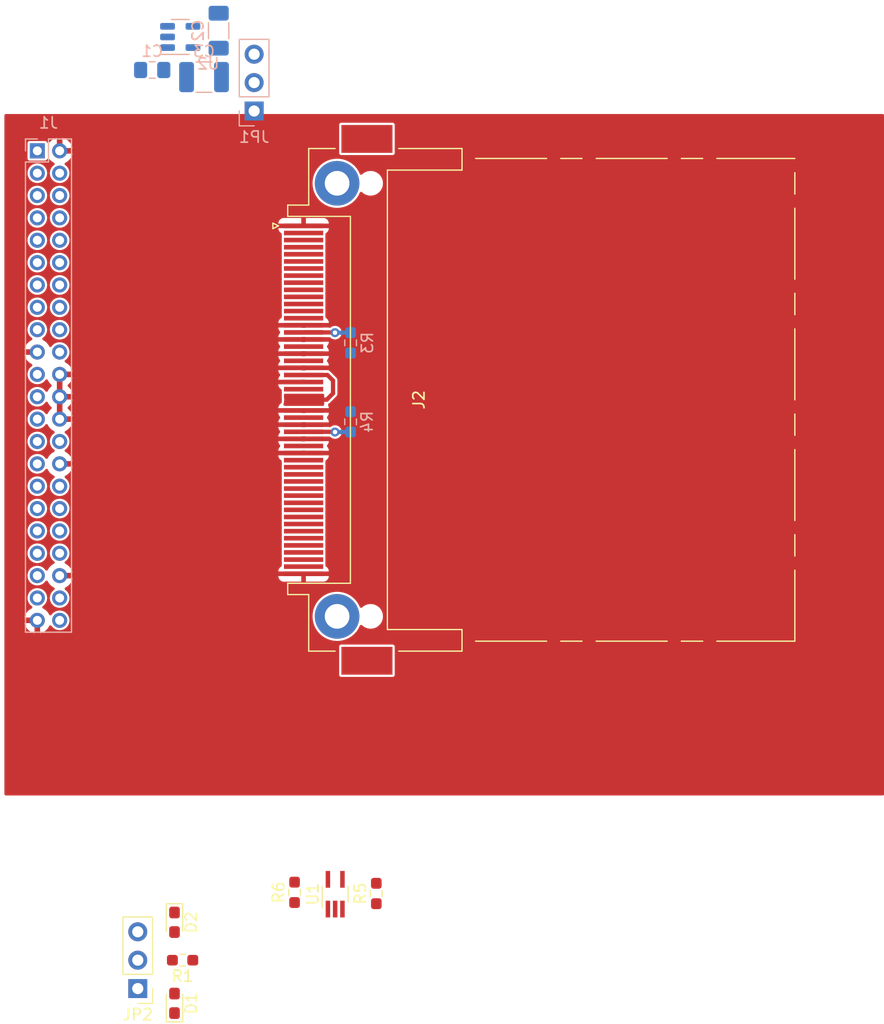
<source format=kicad_pcb>
(kicad_pcb (version 20240108) (generator "pcbnew") (generator_version "8.0")
  (layers (0 "F.Cu" signal) (31 "B.Cu" signal) (34 "B.Paste" user) (35 "F.Paste" user) (36 "B.SilkS" user "B.Silkscreen") (37 "F.SilkS" user "F.Silkscreen") (38 "B.Mask" user) (39 "F.Mask" user) (44 "Edge.Cuts" user))
  (net 0 "")
  (net 1 "~{RESET}")
  (net 2 "GNDD")
  (net 3 "D_{7}")
  (net 4 "D_{8}")
  (net 5 "D_{6}")
  (net 6 "D_{9}")
  (net 7 "D_{5}")
  (net 8 "D_{10}")
  (net 9 "D_{4}")
  (net 10 "D_{11}")
  (net 11 "D_{3}")
  (net 12 "D_{12}")
  (net 13 "D_{2}")
  (net 14 "D_{13}")
  (net 15 "D_{1}")
  (net 16 "D_{14}")
  (net 17 "D_{0}")
  (net 18 "D_{15}")
  (net 21 "INTRQ")
  (net 22 "A_{1}")
  (net 23 "A_{0}")
  (net 24 "A_{2}")
  (net 25 "~{CS_{0}}")
  (net 26 "~{CS_{1}}")
  (net 27 "+5VD")
  (net 30 "VCC")
  (net 31 "~{MASTER}")
  (net 32 "Net-(D1-A)")
  (net 33 "DMARQ")
  (net 34 "~{IOWR}")
  (net 35 "~{IORD}")
  (net 36 "IORDY")
  (net 37 "~{PDIAG}")
  (net 38 "~{DASP}")
  (net 39 "~{SLAVE}")
  (net 40 "~{IOCS16}")
  (net 41 "Net-(U2-BYP)")
  (net 42 "+3V3")
  (net 43 "~{VS_{1}}")
  (net 44 "~{VS_{2}}")
  (net 45 "~{CD2}")
  (net 46 "~{CD1}")
  (net 47 "Net-(R1-Pad1)")
  (net 48 "~{DMACK}")
  (footprint "LED_SMD:LED_0603_1608Metric_Pad1.05x0.95mm_HandSolder" (layer "F.Cu") (at 116.826 143.4222 -90)
    (property "Reference" "D2" (at 0 -1.5 90) (layer "F.SilkS"))
    (property "Value" "SLAVE_PRESENT")
    (fp_line (start -1.66 0.735) (end 0.8 0.735) (stroke (width 0.12)) (layer "F.SilkS"))
    (fp_line (start -1.66 -0.735) (end -1.66 0.735) (stroke (width 0.12)) (layer "F.SilkS"))
    (fp_line (start 0.8 -0.735) (end -1.66 -0.735) (stroke (width 0.12)) (layer "F.SilkS"))
    (pad "1" smd roundrect (at -0.875 0 270) (size 1.05 0.95) (layers "F.Cu" "F.Paste" "F.Mask") (net 39 "~{SLAVE}"))
    (pad "2" smd roundrect (at 0.875 0 270) (size 1.05 0.95) (layers "F.Cu" "F.Paste" "F.Mask") (net 32 "Net-(D1-A)"))
  )
  (footprint "Connector_Card:CF-Card_3M_N7E50-A516xx-30" (layer "F.Cu") (at 131.479 96.6868)
    (property "Reference" "J2" (at 7.22 0 90) (layer "F.SilkS"))
    (property "Value" "Compact_Flash_TrueIDE")
    (fp_line (start -5.85 -15.81) (end -5.85 -15.31) (stroke (width 0.12)) (layer "F.SilkS"))
    (fp_line (start -5.85 -15.31) (end -5.35 -15.56) (stroke (width 0.12)) (layer "F.SilkS"))
    (fp_line (start -5.35 -15.56) (end -5.85 -15.81) (stroke (width 0.12)) (layer "F.SilkS"))
    (fp_line (start -4.52 -17.42) (end -2.64 -17.42) (stroke (width 0.12)) (layer "F.SilkS"))
    (fp_line (start -4.52 -16.41) (end -4.52 -17.42) (stroke (width 0.12)) (layer "F.SilkS"))
    (fp_line (start -4.52 16.41) (end 1.09 16.41) (stroke (width 0.12)) (layer "F.SilkS"))
    (fp_line (start -4.52 17.42) (end -4.52 16.41) (stroke (width 0.12)) (layer "F.SilkS"))
    (fp_line (start -2.64 -22.48) (end -0.28 -22.48) (stroke (width 0.12)) (layer "F.SilkS"))
    (fp_line (start -2.64 -17.42) (end -2.64 -22.48) (stroke (width 0.12)) (layer "F.SilkS"))
    (fp_line (start -2.64 17.42) (end -4.52 17.42) (stroke (width 0.12)) (layer "F.SilkS"))
    (fp_line (start -2.64 22.48) (end -2.64 17.42) (stroke (width 0.12)) (layer "F.SilkS"))
    (fp_line (start -0.28 22.48) (end -2.64 22.48) (stroke (width 0.12)) (layer "F.SilkS"))
    (fp_line (start 1.09 -16.41) (end -4.52 -16.41) (stroke (width 0.12)) (layer "F.SilkS"))
    (fp_line (start 1.09 16.41) (end 1.09 -16.41) (stroke (width 0.12)) (layer "F.SilkS"))
    (fp_line (start 4.4 -20.55) (end 11.08 -20.55) (stroke (width 0.12)) (layer "F.SilkS"))
    (fp_line (start 4.4 20.55) (end 4.4 -20.55) (stroke (width 0.12)) (layer "F.SilkS"))
    (fp_line (start 5.41 22.48) (end 11.08 22.48) (stroke (width 0.12)) (layer "F.SilkS"))
    (fp_line (start 11.08 -22.48) (end 5.41 -22.48) (stroke (width 0.12)) (layer "F.SilkS"))
    (fp_line (start 11.08 -20.55) (end 11.08 -22.48) (stroke (width 0.12)) (layer "F.SilkS"))
    (fp_line (start 11.08 20.55) (end 4.4 20.55) (stroke (width 0.12)) (layer "F.SilkS"))
    (fp_line (start 11.08 22.48) (end 11.08 20.55) (stroke (width 0.12)) (layer "F.SilkS"))
    (fp_line (start 12.3 -21.59) (end 18.65 -21.59) (stroke (width 0.12)) (layer "F.SilkS"))
    (fp_line (start 12.3 21.59) (end 18.65 21.59) (stroke (width 0.12)) (layer "F.SilkS"))
    (fp_line (start 19.92 -21.59) (end 21.82 -21.59) (stroke (width 0.12)) (layer "F.SilkS"))
    (fp_line (start 19.92 21.59) (end 21.82 21.59) (stroke (width 0.12)) (layer "F.SilkS"))
    (fp_line (start 23.09 -21.59) (end 29.44 -21.59) (stroke (width 0.12)) (layer "F.SilkS"))
    (fp_line (start 23.09 21.59) (end 29.44 21.59) (stroke (width 0.12)) (layer "F.SilkS"))
    (fp_line (start 30.71 -21.59) (end 32.62 -21.59) (stroke (width 0.12)) (layer "F.SilkS"))
    (fp_line (start 30.71 21.59) (end 32.62 21.59) (stroke (width 0.12)) (layer "F.SilkS"))
    (fp_line (start 33.89 -21.59) (end 40.87 -21.59) (stroke (width 0.12)) (layer "F.SilkS"))
    (fp_line (start 33.89 21.59) (end 40.87 21.59) (stroke (width 0.12)) (layer "F.SilkS"))
    (fp_line (start 40.87 -18.41) (end 40.87 -20.32) (stroke (width 0.12)) (layer "F.SilkS"))
    (fp_line (start 40.87 -10.79) (end 40.87 -17.14) (stroke (width 0.12)) (layer "F.SilkS"))
    (fp_line (start 40.87 -7.62) (end 40.87 -9.53) (stroke (width 0.12)) (layer "F.SilkS"))
    (fp_line (start 40.87 0) (end 40.87 -6.35) (stroke (width 0.12)) (layer "F.SilkS"))
    (fp_line (start 40.87 3.17) (end 40.87 1.27) (stroke (width 0.12)) (layer "F.SilkS"))
    (fp_line (start 40.87 10.79) (end 40.87 4.45) (stroke (width 0.12)) (layer "F.SilkS"))
    (fp_line (start 40.87 13.97) (end 40.87 12.06) (stroke (width 0.12)) (layer "F.SilkS"))
    (fp_line (start 40.87 21.59) (end 40.87 15.24) (stroke (width 0.12)) (layer "F.SilkS"))
    (pad "" thru_hole circle (at -0.1 -19.37 90) (size 3.99 3.99) (drill 2.21) (layers "*.Cu" "*.Mask"))
    (pad "" thru_hole circle (at -0.1 19.37 90) (size 3.99 3.99) (drill 2.21) (layers "*.Cu" "*.Mask"))
    (pad "" smd rect (at 2.57 -23.34 90) (size 2.49 4.57) (layers "F.Cu" "F.Paste" "F.Mask"))
    (pad "" smd rect (at 2.57 23.34 90) (size 2.49 4.57) (layers "F.Cu" "F.Paste" "F.Mask"))
    (pad "" np_thru_hole circle (at 2.9 -19.37 90) (size 1.7 1.7) (drill 1.7) (layers "*.Cu" "*.Mask"))
    (pad "" np_thru_hole circle (at 2.9 19.37 90) (size 1.7 1.7) (drill 1.7) (layers "*.Cu" "*.Mask"))
    (pad "1" smd rect (at -3.1 -15.56 90) (size 0.41 3.51) (layers "F.Cu" "F.Paste" "F.Mask") (net 2 "GNDD"))
    (pad "2" smd rect (at -3.1 -14.29 90) (size 0.41 3.51) (layers "F.Cu" "F.Paste" "F.Mask") (net 11 "D_{3}"))
    (pad "3" smd rect (at -3.1 -13.02 90) (size 0.41 3.51) (layers "F.Cu" "F.Paste" "F.Mask") (net 9 "D_{4}"))
    (pad "4" smd rect (at -3.1 -11.75 90) (size 0.41 3.51) (layers "F.Cu" "F.Paste" "F.Mask") (net 7 "D_{5}"))
    (pad "5" smd rect (at -3.1 -10.48 90) (size 0.41 3.51) (layers "F.Cu" "F.Paste" "F.Mask") (net 5 "D_{6}"))
    (pad "6" smd rect (at -3.1 -9.21 90) (size 0.41 3.51) (layers "F.Cu" "F.Paste" "F.Mask") (net 3 "D_{7}"))
    (pad "7" smd rect (at -3.1 -7.94 90) (size 0.41 3.51) (layers "F.Cu" "F.Paste" "F.Mask") (net 25 "~{CS_{0}}"))
    (pad "8" smd rect (at -3.1 -6.67 90) (size 0.41 3.51) (layers "F.Cu" "F.Paste" "F.Mask") (net 2 "GNDD"))
    (pad "9" smd rect (at -3.1 -5.4 90) (size 0.41 3.51) (layers "F.Cu" "F.Paste" "F.Mask") (net 2 "GNDD"))
    (pad "10" smd rect (at -3.1 -4.13 90) (size 0.41 3.51) (layers "F.Cu" "F.Paste" "F.Mask") (net 2 "GNDD"))
    (pad "11" smd rect (at -3.1 -2.86 90) (size 0.41 3.51) (layers "F.Cu" "F.Paste" "F.Mask") (net 2 "GNDD"))
    (pad "12" smd rect (at -3.1 -1.59 90) (size 0.41 3.51) (layers "F.Cu" "F.Paste" "F.Mask") (net 2 "GNDD"))
    (pad "13" smd rect (at -3.1 -0.32 90) (size 0.41 3.51) (layers "F.Cu" "F.Paste" "F.Mask") (net 30 "VCC"))
    (pad "14" smd rect (at -3.1 0.95 90) (size 0.41 3.51) (layers "F.Cu" "F.Paste" "F.Mask") (net 2 "GNDD"))
    (pad "15" smd rect (at -3.1 2.22 90) (size 0.41 3.51) (layers "F.Cu" "F.Paste" "F.Mask") (net 2 "GNDD"))
    (pad "16" smd rect (at -3.1 3.49 90) (size 0.41 3.51) (layers "F.Cu" "F.Paste" "F.Mask") (net 2 "GNDD"))
    (pad "17" smd rect (at -3.1 4.76 90) (size 0.41 3.51) (layers "F.Cu" "F.Paste" "F.Mask") (net 2 "GNDD"))
    (pad "18" smd rect (at -3.1 6.03 90) (size 0.41 3.51) (layers "F.Cu" "F.Paste" "F.Mask") (net 24 "A_{2}"))
    (pad "19" smd rect (at -3.1 7.3 90) (size 0.41 3.51) (layers "F.Cu" "F.Paste" "F.Mask") (net 22 "A_{1}"))
    (pad "20" smd rect (at -3.1 8.57 90) (size 0.41 3.51) (layers "F.Cu" "F.Paste" "F.Mask") (net 23 "A_{0}"))
    (pad "21" smd rect (at -3.1 9.84 90) (size 0.41 3.51) (layers "F.Cu" "F.Paste" "F.Mask") (net 17 "D_{0}"))
    (pad "22" smd rect (at -3.1 11.11 90) (size 0.41 3.51) (layers "F.Cu" "F.Paste" "F.Mask") (net 15 "D_{1}"))
    (pad "23" smd rect (at -3.1 12.38 90) (size 0.41 3.51) (layers "F.Cu" "F.Paste" "F.Mask") (net 13 "D_{2}"))
    (pad "24" smd rect (at -3.1 13.65 90) (size 0.41 3.51) (layers "F.Cu" "F.Paste" "F.Mask") (net 40 "~{IOCS16}"))
    (pad "25" smd rect (at -3.1 14.92 90) (size 0.41 3.51) (layers "F.Cu" "F.Paste" "F.Mask") (net 45 "~{CD2}"))
    (pad "26" smd rect (at -3.1 -14.92 90) (size 0.41 3.51) (layers "F.Cu" "F.Paste" "F.Mask") (net 46 "~{CD1}"))
    (pad "27" smd rect (at -3.1 -13.65 90) (size 0.41 3.51) (layers "F.Cu" "F.Paste" "F.Mask") (net 10 "D_{11}"))
    (pad "28" smd rect (at -3.1 -12.38 90) (size 0.41 3.51) (layers "F.Cu" "F.Paste" "F.Mask") (net 12 "D_{12}"))
    (pad "29" smd rect (at -3.1 -11.11 90) (size 0.41 3.51) (layers "F.Cu" "F.Paste" "F.Mask") (net 14 "D_{13}"))
    (pad "30" smd rect (at -3.1 -9.84 90) (size 0.41 3.51) (layers "F.Cu" "F.Paste" "F.Mask") (net 16 "D_{14}"))
    (pad "31" smd rect (at -3.1 -8.57 90) (size 0.41 3.51) (layers "F.Cu" "F.Paste" "F.Mask") (net 18 "D_{15}"))
    (pad "32" smd rect (at -3.1 -7.3 90) (size 0.41 3.51) (layers "F.Cu" "F.Paste" "F.Mask") (net 26 "~{CS_{1}}"))
    (pad "33" smd rect (at -3.1 -6.03 90) (size 0.41 3.51) (layers "F.Cu" "F.Paste" "F.Mask") (net 43 "~{VS_{1}}"))
    (pad "34" smd rect (at -3.1 -4.76 90) (size 0.41 3.51) (layers "F.Cu" "F.Paste" "F.Mask") (net 35 "~{IORD}"))
    (pad "35" smd rect (at -3.1 -3.49 90) (size 0.41 3.51) (layers "F.Cu" "F.Paste" "F.Mask") (net 34 "~{IOWR}"))
    (pad "36" smd rect (at -3.1 -2.22 90) (size 0.41 3.51) (layers "F.Cu" "F.Paste" "F.Mask") (net 30 "VCC"))
    (pad "37" smd rect (at -3.1 -0.95 90) (size 0.41 3.51) (layers "F.Cu" "F.Paste" "F.Mask") (net 21 "INTRQ"))
    (pad "38" smd rect (at -3.1 0.32 90) (size 0.41 3.51) (layers "F.Cu" "F.Paste" "F.Mask") (net 30 "VCC"))
    (pad "39" smd rect (at -3.1 1.59 90) (size 0.41 3.51) (layers "F.Cu" "F.Paste" "F.Mask") (net 31 "~{MASTER}"))
    (pad "40" smd rect (at -3.1 2.86 90) (size 0.41 3.51) (layers "F.Cu" "F.Paste" "F.Mask") (net 44 "~{VS_{2}}"))
    (pad "41" smd rect (at -3.1 4.13 90) (size 0.41 3.51) (layers "F.Cu" "F.Paste" "F.Mask") (net 1 "~{RESET}"))
    (pad "42" smd rect (at -3.1 5.4 90) (size 0.41 3.51) (layers "F.Cu" "F.Paste" "F.Mask") (net 36 "IORDY"))
    (pad "43" smd rect (at -3.1 6.67 90) (size 0.41 3.51) (layers "F.Cu" "F.Paste" "F.Mask") (net 33 "DMARQ"))
    (pad "44" smd rect (at -3.1 7.94 90) (size 0.41 3.51) (layers "F.Cu" "F.Paste" "F.Mask") (net 48 "~{DMACK}"))
    (pad "45" smd rect (at -3.1 9.21 90) (size 0.41 3.51) (layers "F.Cu" "F.Paste" "F.Mask") (net 38 "~{DASP}"))
    (pad "46" smd rect (at -3.1 10.48 90) (size 0.41 3.51) (layers "F.Cu" "F.Paste" "F.Mask") (net 37 "~{PDIAG}"))
    (pad "47" smd rect (at -3.1 11.75 90) (size 0.41 3.51) (layers "F.Cu" "F.Paste" "F.Mask") (net 4 "D_{8}"))
    (pad "48" smd rect (at -3.1 13.02 90) (size 0.41 3.51) (layers "F.Cu" "F.Paste" "F.Mask") (net 6 "D_{9}"))
    (pad "49" smd rect (at -3.1 14.29 90) (size 0.41 3.51) (layers "F.Cu" "F.Paste" "F.Mask") (net 8 "D_{10}"))
    (pad "50" smd rect (at -3.1 15.56 90) (size 0.41 3.51) (layers "F.Cu" "F.Paste" "F.Mask") (net 2 "GNDD"))
  )
  (footprint "Resistor_SMD:R_0603_1608Metric_Pad0.98x0.95mm_HandSolder" (layer "F.Cu") (at 117.5493 146.812 180)
    (property "Reference" "R1" (at 0 -1.43 0) (layer "F.SilkS"))
    (property "Value" "1kΩ")
    (fp_line (start -0.254724 0.5225) (end 0.254724 0.5225) (stroke (width 0.12)) (layer "F.SilkS"))
    (fp_line (start -0.254724 -0.5225) (end 0.254724 -0.5225) (stroke (width 0.12)) (layer "F.SilkS"))
    (pad "1" smd roundrect (at -0.9125 0 180) (size 0.975 0.95) (layers "F.Cu" "F.Paste" "F.Mask") (net 47 "Net-(R1-Pad1)"))
    (pad "2" smd roundrect (at 0.9125 0 180) (size 0.975 0.95) (layers "F.Cu" "F.Paste" "F.Mask") (net 32 "Net-(D1-A)"))
  )
  (footprint "Connector_PinHeader_2.54mm:PinHeader_1x03_P2.54mm_Vertical" (layer "F.Cu") (at 113.538 149.352 180)
    (property "Reference" "JP2" (at 0 -2.33 0) (layer "F.SilkS"))
    (property "Value" "MASTER/SLAVE")
    (fp_line (start 1.33 1.27) (end 1.33 6.41) (stroke (width 0.12)) (layer "F.SilkS"))
    (fp_line (start -1.33 6.41) (end 1.33 6.41) (stroke (width 0.12)) (layer "F.SilkS"))
    (fp_line (start -1.33 1.27) (end 1.33 1.27) (stroke (width 0.12)) (layer "F.SilkS"))
    (fp_line (start -1.33 1.27) (end -1.33 6.41) (stroke (width 0.12)) (layer "F.SilkS"))
    (fp_line (start -1.33 0) (end -1.33 -1.33) (stroke (width 0.12)) (layer "F.SilkS"))
    (fp_line (start -1.33 -1.33) (end 0 -1.33) (stroke (width 0.12)) (layer "F.SilkS"))
    (pad "1" thru_hole rect (at 0 0 180) (size 1.7 1.7) (drill 1) (layers "*.Cu" "*.Mask") (net 31 "~{MASTER}"))
    (pad "2" thru_hole oval (at 0 2.54 180) (size 1.7 1.7) (drill 1) (layers "*.Cu" "*.Mask") (net 2 "GNDD"))
    (pad "3" thru_hole oval (at 0 5.08 180) (size 1.7 1.7) (drill 1) (layers "*.Cu" "*.Mask") (net 39 "~{SLAVE}"))
  )
  (footprint "Package_TO_SOT_SMD:SOT-353_SC-70-5_Handsoldering" (layer "F.Cu") (at 131.206 140.91 90)
    (property "Reference" "U1" (at 0 -2 90) (layer "F.SilkS"))
    (property "Value" "74AHC1G02")
    (fp_line (start 0.7 -1.16) (end -1.2 -1.16) (stroke (width 0.12)) (layer "F.SilkS"))
    (fp_line (start -0.7 1.16) (end 0.7 1.16) (stroke (width 0.12)) (layer "F.SilkS"))
    (pad "1" smd rect (at -1.33 -0.65 90) (size 1.5 0.4) (layers "F.Cu" "F.Paste" "F.Mask") (net 45 "~{CD2}"))
    (pad "2" smd rect (at -1.33 0 90) (size 1.5 0.4) (layers "F.Cu" "F.Paste" "F.Mask") (net 46 "~{CD1}"))
    (pad "3" smd rect (at -1.33 0.65 90) (size 1.5 0.4) (layers "F.Cu" "F.Paste" "F.Mask") (net 2 "GNDD"))
    (pad "4" smd rect (at 1.33 0.65 90) (size 1.5 0.4) (layers "F.Cu" "F.Paste" "F.Mask") (net 47 "Net-(R1-Pad1)"))
    (pad "5" smd rect (at 1.33 -0.65 90) (size 1.5 0.4) (layers "F.Cu" "F.Paste" "F.Mask") (net 27 "+5VD"))
  )
  (footprint "Resistor_SMD:R_0603_1608Metric_Pad0.98x0.95mm_HandSolder" (layer "F.Cu") (at 127.573 140.7433 90)
    (property "Reference" "R6" (at 0 -1.43 90) (layer "F.SilkS"))
    (property "Value" "1kΩ")
    (fp_line (start -0.254724 -0.5225) (end 0.254724 -0.5225) (stroke (width 0.12)) (layer "F.SilkS"))
    (fp_line (start -0.254724 0.5225) (end 0.254724 0.5225) (stroke (width 0.12)) (layer "F.SilkS"))
    (pad "1" smd roundrect (at -0.9125 0 90) (size 0.975 0.95) (layers "F.Cu" "F.Paste" "F.Mask") (net 45 "~{CD2}"))
    (pad "2" smd roundrect (at 0.9125 0 90) (size 0.975 0.95) (layers "F.Cu" "F.Paste" "F.Mask") (net 27 "+5VD"))
  )
  (footprint "Resistor_SMD:R_0603_1608Metric_Pad0.98x0.95mm_HandSolder" (layer "F.Cu") (at 134.8882 140.8468 90)
    (property "Reference" "R5" (at 0 -1.43 90) (layer "F.SilkS"))
    (property "Value" "1kΩ")
    (fp_line (start -0.254724 -0.5225) (end 0.254724 -0.5225) (stroke (width 0.12)) (layer "F.SilkS"))
    (fp_line (start -0.254724 0.5225) (end 0.254724 0.5225) (stroke (width 0.12)) (layer "F.SilkS"))
    (pad "1" smd roundrect (at -0.9125 0 90) (size 0.975 0.95) (layers "F.Cu" "F.Paste" "F.Mask") (net 46 "~{CD1}"))
    (pad "2" smd roundrect (at 0.9125 0 90) (size 0.975 0.95) (layers "F.Cu" "F.Paste" "F.Mask") (net 27 "+5VD"))
  )
  (footprint "LED_SMD:LED_0603_1608Metric_Pad1.05x0.95mm_HandSolder" (layer "F.Cu") (at 116.826 150.6722 90)
    (property "Reference" "D1" (at 0 1.5 90) (layer "F.SilkS"))
    (property "Value" "MASTER_PRESENT" (hide yes))
    (fp_line (start 0.8 -0.735) (end -1.66 -0.735) (stroke (width 0.12)) (layer "F.SilkS"))
    (fp_line (start -1.66 -0.735) (end -1.66 0.735) (stroke (width 0.12)) (layer "F.SilkS"))
    (fp_line (start -1.66 0.735) (end 0.8 0.735) (stroke (width 0.12)) (layer "F.SilkS"))
    (pad "1" smd roundrect (at -0.875 0 90) (size 1.05 0.95) (layers "F.Cu" "F.Paste" "F.Mask") (net 31 "~{MASTER}"))
    (pad "2" smd roundrect (at 0.875 0 90) (size 1.05 0.95) (layers "F.Cu" "F.Paste" "F.Mask") (net 32 "Net-(D1-A)"))
  )
  (footprint "Capacitor_SMD:C_1210_3225Metric_Pad1.33x2.70mm_HandSolder" (layer "B.Cu") (at 119.4685 67.818 180)
    (property "Reference" "C3" (at 0 2.3 180) (layer "B.SilkS") (effects (justify mirror)))
    (property "Value" "10μF")
    (fp_line (start 0.711252 1.36) (end -0.711252 1.36) (stroke (width 0.12)) (layer "B.SilkS"))
    (fp_line (start 0.711252 -1.36) (end -0.711252 -1.36) (stroke (width 0.12)) (layer "B.SilkS"))
    (pad "1" smd roundrect (at -1.5625 0 180) (size 1.325 2.7) (layers "B.Cu" "B.Paste" "B.Mask") (roundrect_rratio 0.188679) (net 42 "+3V3"))
    (pad "2" smd roundrect (at 1.5625 0 180) (size 1.325 2.7) (layers "B.Cu" "B.Paste" "B.Mask") (roundrect_rratio 0.188679) (net 2 "GNDD"))
  )
  (footprint "Package_TO_SOT_SMD:TSOT-23-5" (layer "B.Cu") (at 117.3404 64.2272)
    (property "Reference" "U2" (at 2.5015 2.4 360) (layer "B.SilkS") (effects (justify mirror)))
    (property "Value" "LT1761-3.3")
    (fp_line (start -1.8 1.56) (end 0 1.56) (stroke (width 0.12)) (layer "B.SilkS"))
    (fp_line (start -0.8 -1.56) (end 0 -1.56) (stroke (width 0.12)) (layer "B.SilkS"))
    (fp_line (start 0.8 -1.56) (end 0 -1.56) (stroke (width 0.12)) (layer "B.SilkS"))
    (fp_line (start 0.8 1.56) (end 0 1.56) (stroke (width 0.12)) (layer "B.SilkS"))
    (pad "1" smd roundrect (at -1.1375 0.95) (size 1.325 0.6) (layers "B.Cu" "B.Paste" "B.Mask") (net 27 "+5VD"))
    (pad "2" smd roundrect (at -1.1375 0) (size 1.325 0.6) (layers "B.Cu" "B.Paste" "B.Mask") (net 2 "GNDD"))
    (pad "3" smd roundrect (at -1.1375 -0.95) (size 1.325 0.6) (layers "B.Cu" "B.Paste" "B.Mask") (net 27 "+5VD"))
    (pad "4" smd roundrect (at 1.1375 -0.95) (size 1.325 0.6) (layers "B.Cu" "B.Paste" "B.Mask") (net 41 "Net-(U2-BYP)"))
    (pad "5" smd roundrect (at 1.1375 0.95) (size 1.325 0.6) (layers "B.Cu" "B.Paste" "B.Mask") (net 42 "+3V3"))
  )
  (footprint "Resistor_SMD:R_0603_1608Metric_Pad0.98x0.95mm_HandSolder" (layer "B.Cu") (at 132.588 91.5875 -90)
    (property "Reference" "R3" (at 0.0019 -1.5 90) (layer "B.SilkS") (effects (justify mirror)))
    (property "Value" "47k")
    (fp_line (start 0.254724 0.5225) (end -0.254724 0.5225) (stroke (width 0.12)) (layer "B.SilkS"))
    (fp_line (start 0.254724 -0.5225) (end -0.254724 -0.5225) (stroke (width 0.12)) (layer "B.SilkS"))
    (pad "1" smd roundrect (at -0.9125 0 270) (size 0.975 0.95) (layers "B.Cu" "B.Paste" "B.Mask") (net 43 "~{VS_{1}}"))
    (pad "2" smd roundrect (at 0.9125 0 270) (size 0.975 0.95) (layers "B.Cu" "B.Paste" "B.Mask") (net 30 "VCC"))
  )
  (footprint "Connector_PinSocket_2.00mm:PinSocket_2x22_P2.00mm_Vertical" (layer "B.Cu") (at 104.5464 74.4128 180)
    (property "Reference" "J1" (at -1 2.5 0) (layer "B.SilkS") (effects (justify mirror)))
    (property "Value" "PATA_44pin")
    (fp_line (start 1.06 1.06) (end 1.06 0) (stroke (width 0.12)) (layer "B.SilkS"))
    (fp_line (start 1.06 -1) (end 1.06 -43.06) (stroke (width 0.12)) (layer "B.SilkS"))
    (fp_line (start 0 1.06) (end 1.06 1.06) (stroke (width 0.12)) (layer "B.SilkS"))
    (fp_line (start -1 1.06) (end -1 -1) (stroke (width 0.12)) (layer "B.SilkS"))
    (fp_line (start -1 -1) (end 1.06 -1) (stroke (width 0.12)) (layer "B.SilkS"))
    (fp_line (start -3.06 1.06) (end -1 1.06) (stroke (width 0.12)) (layer "B.SilkS"))
    (fp_line (start -3.06 1.06) (end -3.06 -43.06) (stroke (width 0.12)) (layer "B.SilkS"))
    (fp_line (start -3.06 -43.06) (end 1.06 -43.06) (stroke (width 0.12)) (layer "B.SilkS"))
    (pad "1" thru_hole rect (at 0 0 180) (size 1.35 1.35) (drill 0.8) (layers "*.Cu" "*.Mask") (net 1 "~{RESET}"))
    (pad "2" thru_hole oval (at -2 0 180) (size 1.35 1.35) (drill 0.8) (layers "*.Cu" "*.Mask") (net 2 "GNDD"))
    (pad "3" thru_hole oval (at 0 -2 180) (size 1.35 1.35) (drill 0.8) (layers "*.Cu" "*.Mask") (net 3 "D_{7}"))
    (pad "4" thru_hole oval (at -2 -2 180) (size 1.35 1.35) (drill 0.8) (layers "*.Cu" "*.Mask") (net 4 "D_{8}"))
    (pad "5" thru_hole oval (at 0 -4 180) (size 1.35 1.35) (drill 0.8) (layers "*.Cu" "*.Mask") (net 5 "D_{6}"))
    (pad "6" thru_hole oval (at -2 -4 180) (size 1.35 1.35) (drill 0.8) (layers "*.Cu" "*.Mask") (net 6 "D_{9}"))
    (pad "7" thru_hole oval (at 0 -6 180) (size 1.35 1.35) (drill 0.8) (layers "*.Cu" "*.Mask") (net 7 "D_{5}"))
    (pad "8" thru_hole oval (at -2 -6 180) (size 1.35 1.35) (drill 0.8) (layers "*.Cu" "*.Mask") (net 8 "D_{10}"))
    (pad "9" thru_hole oval (at 0 -8 180) (size 1.35 1.35) (drill 0.8) (layers "*.Cu" "*.Mask") (net 9 "D_{4}"))
    (pad "10" thru_hole oval (at -2 -8 180) (size 1.35 1.35) (drill 0.8) (layers "*.Cu" "*.Mask") (net 10 "D_{11}"))
    (pad "11" thru_hole oval (at 0 -10 180) (size 1.35 1.35) (drill 0.8) (layers "*.Cu" "*.Mask") (net 11 "D_{3}"))
    (pad "12" thru_hole oval (at -2 -10 180) (size 1.35 1.35) (drill 0.8) (layers "*.Cu" "*.Mask") (net 12 "D_{12}"))
    (pad "13" thru_hole oval (at 0 -12 180) (size 1.35 1.35) (drill 0.8) (layers "*.Cu" "*.Mask") (net 13 "D_{2}"))
    (pad "14" thru_hole oval (at -2 -12 180) (size 1.35 1.35) (drill 0.8) (layers "*.Cu" "*.Mask") (net 14 "D_{13}"))
    (pad "15" thru_hole oval (at 0 -14 180) (size 1.35 1.35) (drill 0.8) (layers "*.Cu" "*.Mask") (net 15 "D_{1}"))
    (pad "16" thru_hole oval (at -2 -14 180) (size 1.35 1.35) (drill 0.8) (layers "*.Cu" "*.Mask") (net 16 "D_{14}"))
    (pad "17" thru_hole oval (at 0 -16 180) (size 1.35 1.35) (drill 0.8) (layers "*.Cu" "*.Mask") (net 17 "D_{0}"))
    (pad "18" thru_hole oval (at -2 -16 180) (size 1.35 1.35) (drill 0.8) (layers "*.Cu" "*.Mask") (net 18 "D_{15}"))
    (pad "19" thru_hole oval (at 0 -18 180) (size 1.35 1.35) (drill 0.8) (layers "*.Cu" "*.Mask") (net 2 "GNDD"))
    (pad "20" thru_hole oval (at -2 -18 180) (size 1.35 1.35) (drill 0.8) (layers "*.Cu" "*.Mask"))
    (pad "21" thru_hole oval (at 0 -20 180) (size 1.35 1.35) (drill 0.8) (layers "*.Cu" "*.Mask") (net 33 "DMARQ"))
    (pad "22" thru_hole oval (at -2 -20 180) (size 1.35 1.35) (drill 0.8) (layers "*.Cu" "*.Mask") (net 2 "GNDD"))
    (pad "23" thru_hole oval (at 0 -22 180) (size 1.35 1.35) (drill 0.8) (layers "*.Cu" "*.Mask") (net 34 "~{IOWR}"))
    (pad "24" thru_hole oval (at -2 -22 180) (size 1.35 1.35) (drill 0.8) (layers "*.Cu" "*.Mask") (net 2 "GNDD"))
    (pad "25" thru_hole oval (at 0 -24 180) (size 1.35 1.35) (drill 0.8) (layers "*.Cu" "*.Mask") (net 35 "~{IORD}"))
    (pad "26" thru_hole oval (at -2 -24 180) (size 1.35 1.35) (drill 0.8) (layers "*.Cu" "*.Mask") (net 2 "GNDD"))
    (pad "27" thru_hole oval (at 0 -26 180) (size 1.35 1.35) (drill 0.8) (layers "*.Cu" "*.Mask") (net 36 "IORDY"))
    (pad "28" thru_hole oval (at -2 -26 180) (size 1.35 1.35) (drill 0.8) (layers "*.Cu" "*.Mask"))
    (pad "29" thru_hole oval (at 0 -28 180) (size 1.35 1.35) (drill 0.8) (layers "*.Cu" "*.Mask") (net 48 "~{DMACK}"))
    (pad "30" thru_hole oval (at -2 -28 180) (size 1.35 1.35) (drill 0.8) (layers "*.Cu" "*.Mask") (net 2 "GNDD"))
    (pad "31" thru_hole oval (at 0 -30 180) (size 1.35 1.35) (drill 0.8) (layers "*.Cu" "*.Mask") (net 21 "INTRQ"))
    (pad "32" thru_hole oval (at -2 -30 180) (size 1.35 1.35) (drill 0.8) (layers "*.Cu" "*.Mask") (net 40 "~{IOCS16}"))
    (pad "33" thru_hole oval (at 0 -32 180) (size 1.35 1.35) (drill 0.8) (layers "*.Cu" "*.Mask") (net 22 "A_{1}"))
    (pad "34" thru_hole oval (at -2 -32 180) (size 1.35 1.35) (drill 0.8) (layers "*.Cu" "*.Mask") (net 37 "~{PDIAG}"))
    (pad "35" thru_hole oval (at 0 -34 180) (size 1.35 1.35) (drill 0.8) (layers "*.Cu" "*.Mask") (net 23 "A_{0}"))
    (pad "36" thru_hole oval (at -2 -34 180) (size 1.35 1.35) (drill 0.8) (layers "*.Cu" "*.Mask") (net 24 "A_{2}"))
    (pad "37" thru_hole oval (at 0 -36 180) (size 1.35 1.35) (drill 0.8) (layers "*.Cu" "*.Mask") (net 25 "~{CS_{0}}"))
    (pad "38" thru_hole oval (at -2 -36 180) (size 1.35 1.35) (drill 0.8) (layers "*.Cu" "*.Mask") (net 26 "~{CS_{1}}"))
    (pad "39" thru_hole oval (at 0 -38 180) (size 1.35 1.35) (drill 0.8) (layers "*.Cu" "*.Mask") (net 38 "~{DASP}"))
    (pad "40" thru_hole oval (at -2 -38 180) (size 1.35 1.35) (drill 0.8) (layers "*.Cu" "*.Mask") (net 2 "GNDD"))
    (pad "41" thru_hole oval (at 0 -40 180) (size 1.35 1.35) (drill 0.8) (layers "*.Cu" "*.Mask") (net 27 "+5VD"))
    (pad "42" thru_hole oval (at -2 -40 180) (size 1.35 1.35) (drill 0.8) (layers "*.Cu" "*.Mask"))
    (pad "43" thru_hole oval (at 0 -42 180) (size 1.35 1.35) (drill 0.8) (layers "*.Cu" "*.Mask") (net 2 "GNDD"))
    (pad "44" thru_hole oval (at -2 -42 180) (size 1.35 1.35) (drill 0.8) (layers "*.Cu" "*.Mask"))
  )
  (footprint "Resistor_SMD:R_0603_1608Metric_Pad0.98x0.95mm_HandSolder" (layer "B.Cu") (at 132.588 98.6555 90)
    (property "Reference" "R4" (at 0.0019 1.4732 270) (layer "B.SilkS") (effects (justify mirror)))
    (property "Value" "47k")
    (fp_line (start 0.254724 -0.5225) (end -0.254724 -0.5225) (stroke (width 0.12)) (layer "B.SilkS"))
    (fp_line (start 0.254724 0.5225) (end -0.254724 0.5225) (stroke (width 0.12)) (layer "B.SilkS"))
    (pad "1" smd roundrect (at -0.9125 0 90) (size 0.975 0.95) (layers "B.Cu" "B.Paste" "B.Mask") (net 44 "~{VS_{2}}"))
    (pad "2" smd roundrect (at 0.9125 0 90) (size 0.975 0.95) (layers "B.Cu" "B.Paste" "B.Mask") (net 30 "VCC"))
  )
  (footprint "Capacitor_SMD:C_1206_3216Metric_Pad1.33x1.80mm_HandSolder" (layer "B.Cu") (at 120.777 63.6655 -90)
    (property "Reference" "C2" (at 0 1.85 90) (layer "B.SilkS") (effects (justify mirror)))
    (property "Value" "0.01μF")
    (fp_line (start 0.711252 0.91) (end -0.711252 0.91) (stroke (width 0.12)) (layer "B.SilkS"))
    (fp_line (start 0.711252 -0.91) (end -0.711252 -0.91) (stroke (width 0.12)) (layer "B.SilkS"))
    (pad "1" smd roundrect (at -1.5625 0 270) (size 1.325 1.8) (layers "B.Cu" "B.Paste" "B.Mask") (roundrect_rratio 0.188679) (net 41 "Net-(U2-BYP)"))
    (pad "2" smd roundrect (at 1.5625 0 270) (size 1.325 1.8) (layers "B.Cu" "B.Paste" "B.Mask") (roundrect_rratio 0.188679) (net 42 "+3V3"))
  )
  (footprint "Capacitor_SMD:C_0805_2012Metric_Pad1.18x1.45mm_HandSolder" (layer "B.Cu") (at 114.8295 67.183 180)
    (property "Reference" "C1" (at 0 1.68 180) (layer "B.SilkS") (effects (justify mirror)))
    (property "Value" "1μF")
    (fp_line (start 0.261252 0.735) (end -0.261252 0.735) (stroke (width 0.12)) (layer "B.SilkS"))
    (fp_line (start 0.261252 -0.735) (end -0.261252 -0.735) (stroke (width 0.12)) (layer "B.SilkS"))
    (pad "1" smd roundrect (at -1.0375 0 180) (size 1.175 1.45) (layers "B.Cu" "B.Paste" "B.Mask") (roundrect_rratio 0.212766) (net 27 "+5VD"))
    (pad "2" smd roundrect (at 1.0375 0 180) (size 1.175 1.45) (layers "B.Cu" "B.Paste" "B.Mask") (roundrect_rratio 0.212766) (net 2 "GNDD"))
  )
  (footprint "Connector_PinHeader_2.54mm:PinHeader_1x03_P2.54mm_Vertical" (layer "B.Cu") (at 123.952 70.851)
    (property "Reference" "JP1" (at 0 2.33 360) (layer "B.SilkS") (effects (justify mirror)))
    (property "Value" "V_{CC} LEVEL")
    (fp_line (start -1.33 -6.41) (end -1.33 -1.27) (stroke (width 0.12)) (layer "B.SilkS"))
    (fp_line (start -1.33 1.33) (end -1.33 0) (stroke (width 0.12)) (layer "B.SilkS"))
    (fp_line (start 0 1.33) (end -1.33 1.33) (stroke (width 0.12)) (layer "B.SilkS"))
    (fp_line (start 1.33 -6.41) (end -1.33 -6.41) (stroke (width 0.12)) (layer "B.SilkS"))
    (fp_line (start 1.33 -6.41) (end 1.33 -1.27) (stroke (width 0.12)) (layer "B.SilkS"))
    (fp_line (start 1.33 -1.27) (end -1.33 -1.27) (stroke (width 0.12)) (layer "B.SilkS"))
    (pad "1" thru_hole rect (at 0 0) (size 1.7 1.7) (drill 1) (layers "*.Cu" "*.Mask") (net 27 "+5VD"))
    (pad "2" thru_hole oval (at 0 -2.54) (size 1.7 1.7) (drill 1) (layers "*.Cu" "*.Mask") (net 30 "VCC"))
    (pad "3" thru_hole oval (at 0 -5.08) (size 1.7 1.7) (drill 1) (layers "*.Cu" "*.Mask") (net 42 "+3V3"))
  )
  (segment (start 127 96.6724) (end 130.4544 96.6724) (width 0.381) (layer "F.Cu") (net 30))
  (segment (start 130.4544 96.6724) (end 131.0132 96.1136) (width 0.381) (layer "F.Cu") (net 30))
  (segment (start 130.515 94.4668) (end 128.379 94.4668) (width 0.381) (layer "F.Cu") (net 30))
  (segment (start 131.0132 96.1136) (end 131.0132 94.965) (width 0.381) (layer "F.Cu") (net 30))
  (segment (start 131.0132 94.965) (end 130.515 94.4668) (width 0.381) (layer "F.Cu") (net 30))
  (segment (start 131.1698 90.6568) (end 131.191 90.678) (width 0.381) (layer "F.Cu") (net 43))
  (segment (start 128.379 90.6568) (end 131.1698 90.6568) (width 0.381) (layer "F.Cu") (net 43))
  (via (at 131.191 90.678) (size 0.8) (drill 0.4) (layers "F.Cu" "B.Cu") (net 43))
  (segment (start 132.585 90.678) (end 132.588 90.675) (width 0.381) (layer "B.Cu") (net 43))
  (segment (start 132.580753 90.667753) (end 132.588 90.675) (width 0.381) (layer "B.Cu") (net 43))
  (segment (start 131.191 90.678) (end 132.585 90.678) (width 0.381) (layer "B.Cu") (net 43))
  (segment (start 128.379 99.5468) (end 131.1698 99.5468) (width 0.381) (layer "F.Cu") (net 44))
  (segment (start 131.1698 99.5468) (end 131.191 99.568) (width 0.381) (layer "F.Cu") (net 44))
  (via (at 131.191 99.568) (size 0.8) (drill 0.4) (layers "F.Cu" "B.Cu") (net 44))
  (segment (start 132.576986 99.556986) (end 132.588 99.568) (width 0.381) (layer "B.Cu") (net 44))
  (segment (start 131.191 99.568) (end 132.588 99.568) (width 0.381) (layer "B.Cu") (net 44))
  (zone (net 2) (net_name "GNDD") (layer "F.Cu") (priority 1) (connect_pads (clearance 0.05)) (min_thickness 0.25) (fill yes (thermal_gap 0.5) (thermal_bridge_width 0.5) (smoothing fillet))
    (polygon (pts (xy 101.6 71.12) (xy 101.6 132.08) (xy 180.34 132.08) (xy 180.34 71.12)))
  )
  (zone (net 30) (net_name "VCC") (layer "F.Cu") (connect_pads yes (clearance 0.05)) (min_thickness 0.25) (fill yes (thermal_gap 0.5) (thermal_bridge_width 0.5) (smoothing chamfer))
    (polygon (pts (xy 126.5174 96.139) (xy 126.5174 97.282) (xy 130.2258 97.282) (xy 130.2258 96.139)))
  )
)
</source>
